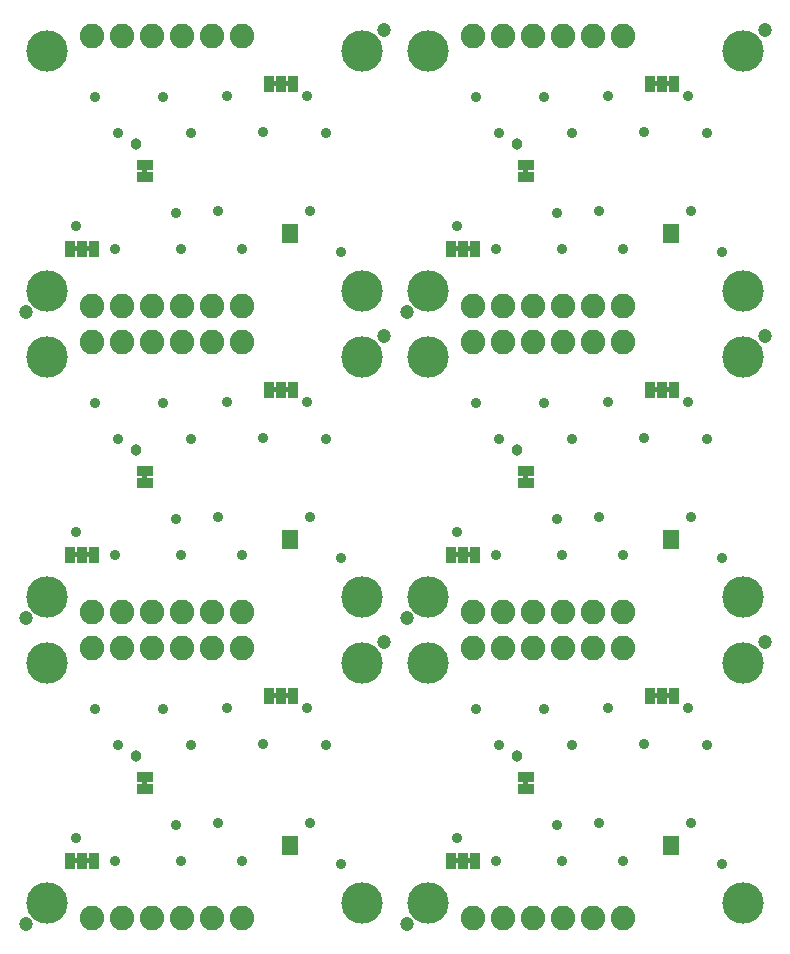
<source format=gbs>
G75*
%MOIN*%
%OFA0B0*%
%FSLAX25Y25*%
%IPPOS*%
%LPD*%
%AMOC8*
5,1,8,0,0,1.08239X$1,22.5*
%
%ADD10C,0.04737*%
%ADD11C,0.13800*%
%ADD12C,0.08200*%
%ADD13R,0.03300X0.05800*%
%ADD14C,0.00500*%
%ADD15R,0.05800X0.03300*%
%ADD16C,0.03800*%
%ADD17C,0.03575*%
D10*
X0046242Y0031650D03*
X0046242Y0133650D03*
X0046242Y0235650D03*
X0165442Y0227850D03*
X0173242Y0235650D03*
X0165442Y0329850D03*
X0292442Y0329850D03*
X0292442Y0227850D03*
X0292442Y0125850D03*
X0173242Y0133650D03*
X0165442Y0125850D03*
X0173242Y0031650D03*
D11*
X0180342Y0038750D03*
X0158342Y0038750D03*
X0158342Y0118750D03*
X0180342Y0118750D03*
X0180342Y0140750D03*
X0158342Y0140750D03*
X0158342Y0220750D03*
X0158342Y0242750D03*
X0180342Y0242750D03*
X0180342Y0220750D03*
X0180342Y0322750D03*
X0158342Y0322750D03*
X0053342Y0322750D03*
X0053342Y0242750D03*
X0053342Y0220750D03*
X0053342Y0140750D03*
X0053342Y0118750D03*
X0053342Y0038750D03*
X0285342Y0038750D03*
X0285342Y0118750D03*
X0285342Y0140750D03*
X0285342Y0220750D03*
X0285342Y0242750D03*
X0285342Y0322750D03*
D12*
X0245342Y0327750D03*
X0235342Y0327750D03*
X0225342Y0327750D03*
X0215342Y0327750D03*
X0205342Y0327750D03*
X0195342Y0327750D03*
X0118342Y0327750D03*
X0108342Y0327750D03*
X0098342Y0327750D03*
X0088342Y0327750D03*
X0078342Y0327750D03*
X0068342Y0327750D03*
X0068342Y0237750D03*
X0078342Y0237750D03*
X0088342Y0237750D03*
X0098342Y0237750D03*
X0108342Y0237750D03*
X0118342Y0237750D03*
X0118342Y0225750D03*
X0108342Y0225750D03*
X0098342Y0225750D03*
X0088342Y0225750D03*
X0078342Y0225750D03*
X0068342Y0225750D03*
X0068342Y0135750D03*
X0078342Y0135750D03*
X0088342Y0135750D03*
X0098342Y0135750D03*
X0108342Y0135750D03*
X0118342Y0135750D03*
X0118342Y0123750D03*
X0108342Y0123750D03*
X0098342Y0123750D03*
X0088342Y0123750D03*
X0078342Y0123750D03*
X0068342Y0123750D03*
X0068342Y0033750D03*
X0078342Y0033750D03*
X0088342Y0033750D03*
X0098342Y0033750D03*
X0108342Y0033750D03*
X0118342Y0033750D03*
X0195342Y0033750D03*
X0205342Y0033750D03*
X0215342Y0033750D03*
X0225342Y0033750D03*
X0235342Y0033750D03*
X0245342Y0033750D03*
X0245342Y0123750D03*
X0235342Y0123750D03*
X0225342Y0123750D03*
X0215342Y0123750D03*
X0205342Y0123750D03*
X0195342Y0123750D03*
X0195342Y0135750D03*
X0205342Y0135750D03*
X0215342Y0135750D03*
X0225342Y0135750D03*
X0235342Y0135750D03*
X0245342Y0135750D03*
X0245342Y0225750D03*
X0235342Y0225750D03*
X0225342Y0225750D03*
X0215342Y0225750D03*
X0205342Y0225750D03*
X0195342Y0225750D03*
X0195342Y0237750D03*
X0205342Y0237750D03*
X0215342Y0237750D03*
X0225342Y0237750D03*
X0235342Y0237750D03*
X0245342Y0237750D03*
D13*
X0254342Y0209750D03*
X0258342Y0209750D03*
X0262342Y0209750D03*
X0195842Y0256750D03*
X0191842Y0256750D03*
X0187842Y0256750D03*
X0135342Y0209750D03*
X0131342Y0209750D03*
X0127342Y0209750D03*
X0068842Y0256750D03*
X0064842Y0256750D03*
X0060842Y0256750D03*
X0127342Y0311750D03*
X0131342Y0311750D03*
X0135342Y0311750D03*
X0254342Y0311750D03*
X0258342Y0311750D03*
X0262342Y0311750D03*
X0195842Y0154750D03*
X0191842Y0154750D03*
X0187842Y0154750D03*
X0135342Y0107750D03*
X0131342Y0107750D03*
X0127342Y0107750D03*
X0068842Y0154750D03*
X0064842Y0154750D03*
X0060842Y0154750D03*
X0060842Y0052750D03*
X0064842Y0052750D03*
X0068842Y0052750D03*
X0187842Y0052750D03*
X0191842Y0052750D03*
X0195842Y0052750D03*
X0254342Y0107750D03*
X0258342Y0107750D03*
X0262342Y0107750D03*
D14*
X0261092Y0107515D02*
X0255592Y0107515D01*
X0255592Y0107250D02*
X0261092Y0107250D01*
X0261092Y0108250D01*
X0255592Y0108250D01*
X0255592Y0107250D01*
X0255592Y0108013D02*
X0261092Y0108013D01*
X0213342Y0079500D02*
X0212342Y0079500D01*
X0212342Y0078000D01*
X0213342Y0078000D01*
X0213342Y0079500D01*
X0213342Y0079100D02*
X0212342Y0079100D01*
X0212342Y0078601D02*
X0213342Y0078601D01*
X0213342Y0078103D02*
X0212342Y0078103D01*
X0194592Y0053250D02*
X0189092Y0053250D01*
X0189092Y0052250D01*
X0194592Y0052250D01*
X0194592Y0053250D01*
X0194592Y0053177D02*
X0189092Y0053177D01*
X0189092Y0052679D02*
X0194592Y0052679D01*
X0134092Y0107250D02*
X0134092Y0108250D01*
X0128592Y0108250D01*
X0128592Y0107250D01*
X0134092Y0107250D01*
X0134092Y0107515D02*
X0128592Y0107515D01*
X0128592Y0108013D02*
X0134092Y0108013D01*
X0086342Y0079500D02*
X0085342Y0079500D01*
X0085342Y0078000D01*
X0086342Y0078000D01*
X0086342Y0079500D01*
X0086342Y0079100D02*
X0085342Y0079100D01*
X0085342Y0078601D02*
X0086342Y0078601D01*
X0086342Y0078103D02*
X0085342Y0078103D01*
X0067592Y0053250D02*
X0062092Y0053250D01*
X0062092Y0052250D01*
X0067592Y0052250D01*
X0067592Y0053250D01*
X0067592Y0053177D02*
X0062092Y0053177D01*
X0062092Y0052679D02*
X0067592Y0052679D01*
X0067592Y0154250D02*
X0062092Y0154250D01*
X0062092Y0155250D01*
X0067592Y0155250D01*
X0067592Y0154250D01*
X0067592Y0154375D02*
X0062092Y0154375D01*
X0062092Y0154873D02*
X0067592Y0154873D01*
X0085342Y0180000D02*
X0086342Y0180000D01*
X0086342Y0181500D01*
X0085342Y0181500D01*
X0085342Y0180000D01*
X0085342Y0180297D02*
X0086342Y0180297D01*
X0086342Y0180796D02*
X0085342Y0180796D01*
X0085342Y0181294D02*
X0086342Y0181294D01*
X0128592Y0209250D02*
X0134092Y0209250D01*
X0134092Y0210250D01*
X0128592Y0210250D01*
X0128592Y0209250D01*
X0128592Y0209710D02*
X0134092Y0209710D01*
X0134092Y0210208D02*
X0128592Y0210208D01*
X0189092Y0256250D02*
X0189092Y0257250D01*
X0194592Y0257250D01*
X0194592Y0256250D01*
X0189092Y0256250D01*
X0189092Y0256570D02*
X0194592Y0256570D01*
X0194592Y0257068D02*
X0189092Y0257068D01*
X0212342Y0282000D02*
X0213342Y0282000D01*
X0213342Y0283500D01*
X0212342Y0283500D01*
X0212342Y0282000D01*
X0212342Y0282492D02*
X0213342Y0282492D01*
X0213342Y0282991D02*
X0212342Y0282991D01*
X0212342Y0283489D02*
X0213342Y0283489D01*
X0255592Y0311250D02*
X0261092Y0311250D01*
X0261092Y0312250D01*
X0255592Y0312250D01*
X0255592Y0311250D01*
X0255592Y0311406D02*
X0261092Y0311406D01*
X0261092Y0311904D02*
X0255592Y0311904D01*
X0255592Y0210250D02*
X0255592Y0209250D01*
X0261092Y0209250D01*
X0261092Y0210250D01*
X0255592Y0210250D01*
X0255592Y0210208D02*
X0261092Y0210208D01*
X0261092Y0209710D02*
X0255592Y0209710D01*
X0213342Y0181500D02*
X0213342Y0180000D01*
X0212342Y0180000D01*
X0212342Y0181500D01*
X0213342Y0181500D01*
X0213342Y0181294D02*
X0212342Y0181294D01*
X0212342Y0180796D02*
X0213342Y0180796D01*
X0213342Y0180297D02*
X0212342Y0180297D01*
X0194592Y0155250D02*
X0189092Y0155250D01*
X0189092Y0154250D01*
X0194592Y0154250D01*
X0194592Y0155250D01*
X0194592Y0154873D02*
X0189092Y0154873D01*
X0189092Y0154375D02*
X0194592Y0154375D01*
X0067592Y0256250D02*
X0067592Y0257250D01*
X0062092Y0257250D01*
X0062092Y0256250D01*
X0067592Y0256250D01*
X0067592Y0256570D02*
X0062092Y0256570D01*
X0062092Y0257068D02*
X0067592Y0257068D01*
X0085342Y0282000D02*
X0086342Y0282000D01*
X0086342Y0283500D01*
X0085342Y0283500D01*
X0085342Y0282000D01*
X0085342Y0282492D02*
X0086342Y0282492D01*
X0086342Y0282991D02*
X0085342Y0282991D01*
X0085342Y0283489D02*
X0086342Y0283489D01*
X0128592Y0311250D02*
X0134092Y0311250D01*
X0134092Y0312250D01*
X0128592Y0312250D01*
X0128592Y0311250D01*
X0128592Y0311406D02*
X0134092Y0311406D01*
X0134092Y0311904D02*
X0128592Y0311904D01*
D15*
X0085842Y0284750D03*
X0085842Y0280750D03*
X0134342Y0263450D03*
X0134342Y0260250D03*
X0085842Y0182750D03*
X0085842Y0178750D03*
X0134342Y0161450D03*
X0134342Y0158250D03*
X0085842Y0080750D03*
X0085842Y0076750D03*
X0134342Y0059450D03*
X0134342Y0056250D03*
X0212842Y0076750D03*
X0212842Y0080750D03*
X0261342Y0059450D03*
X0261342Y0056250D03*
X0261342Y0158250D03*
X0261342Y0161450D03*
X0212842Y0178750D03*
X0212842Y0182750D03*
X0261342Y0260250D03*
X0261342Y0263450D03*
X0212842Y0280750D03*
X0212842Y0284750D03*
D16*
X0209842Y0291750D03*
X0209842Y0189750D03*
X0209842Y0087750D03*
X0082842Y0087750D03*
X0082842Y0189750D03*
X0082842Y0291750D03*
D17*
X0076842Y0295250D03*
X0069342Y0307250D03*
X0091842Y0307250D03*
X0101342Y0295250D03*
X0113342Y0307750D03*
X0125342Y0295750D03*
X0139842Y0307750D03*
X0146342Y0295250D03*
X0140842Y0269250D03*
X0151342Y0255750D03*
X0118342Y0256750D03*
X0110342Y0269250D03*
X0096342Y0268750D03*
X0097842Y0256750D03*
X0075842Y0256750D03*
X0062842Y0264250D03*
X0069342Y0205250D03*
X0076842Y0193250D03*
X0091842Y0205250D03*
X0101342Y0193250D03*
X0113342Y0205750D03*
X0125342Y0193750D03*
X0139842Y0205750D03*
X0146342Y0193250D03*
X0140842Y0167250D03*
X0151342Y0153750D03*
X0118342Y0154750D03*
X0110342Y0167250D03*
X0096342Y0166750D03*
X0097842Y0154750D03*
X0075842Y0154750D03*
X0062842Y0162250D03*
X0069342Y0103250D03*
X0076842Y0091250D03*
X0091842Y0103250D03*
X0101342Y0091250D03*
X0113342Y0103750D03*
X0125342Y0091750D03*
X0139842Y0103750D03*
X0146342Y0091250D03*
X0140842Y0065250D03*
X0151342Y0051750D03*
X0118342Y0052750D03*
X0110342Y0065250D03*
X0096342Y0064750D03*
X0097842Y0052750D03*
X0075842Y0052750D03*
X0062842Y0060250D03*
X0189842Y0060250D03*
X0202842Y0052750D03*
X0224842Y0052750D03*
X0223342Y0064750D03*
X0237342Y0065250D03*
X0245342Y0052750D03*
X0267842Y0065250D03*
X0278342Y0051750D03*
X0273342Y0091250D03*
X0266842Y0103750D03*
X0252342Y0091750D03*
X0240342Y0103750D03*
X0228342Y0091250D03*
X0218842Y0103250D03*
X0203842Y0091250D03*
X0196342Y0103250D03*
X0202842Y0154750D03*
X0189842Y0162250D03*
X0203842Y0193250D03*
X0196342Y0205250D03*
X0218842Y0205250D03*
X0228342Y0193250D03*
X0240342Y0205750D03*
X0252342Y0193750D03*
X0266842Y0205750D03*
X0273342Y0193250D03*
X0267842Y0167250D03*
X0278342Y0153750D03*
X0245342Y0154750D03*
X0237342Y0167250D03*
X0223342Y0166750D03*
X0224842Y0154750D03*
X0224842Y0256750D03*
X0223342Y0268750D03*
X0237342Y0269250D03*
X0245342Y0256750D03*
X0267842Y0269250D03*
X0278342Y0255750D03*
X0273342Y0295250D03*
X0266842Y0307750D03*
X0252342Y0295750D03*
X0240342Y0307750D03*
X0228342Y0295250D03*
X0218842Y0307250D03*
X0203842Y0295250D03*
X0196342Y0307250D03*
X0189842Y0264250D03*
X0202842Y0256750D03*
M02*

</source>
